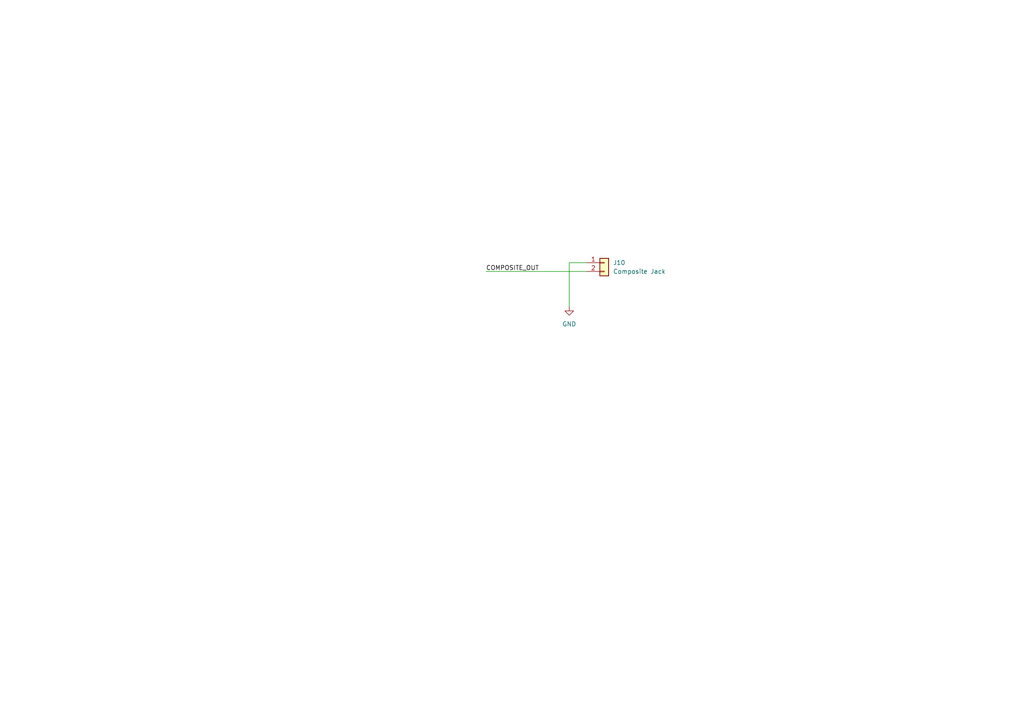
<source format=kicad_sch>
(kicad_sch (version 20250114) (generator "eeschema") (generator_version "9.0")
  (paper "A4")
  (lib_symbols
    (symbol "Connector_Generic:Conn_01x02" (pin_names (offset 1.016) (hide yes))
      (property "Reference" "J" (at 0 2.54 0))
      (property "Value" "Conn_01x02" (at 0 -5.08 0))
      (symbol "Conn_01x02_1_1"
        (rectangle (start -1.27 1.27) (end 1.27 -3.81) (stroke (width 0.254)) (fill (type background)))
        (rectangle (start -1.27 0.127) (end 0 -0.127) (stroke (width 0.1524)))
        (rectangle (start -1.27 -2.413) (end 0 -2.667) (stroke (width 0.1524)))
        (pin passive line (at -5.08 0 0) (length 3.81) (name "Pin_1") (number "1"))
        (pin passive line (at -5.08 -2.54 0) (length 3.81) (name "Pin_2") (number "2"))
      )
    )
    (symbol "power:GND" (power) (pin_numbers (hide yes)) (pin_names (offset 0) (hide yes))
      (property "Value" "GND" (at 0 -3.81 0))
      (symbol "GND_0_1"
        (polyline (pts (xy 0 0) (xy 0 -1.27) (xy 1.27 -1.27) (xy 0 -2.54) (xy -1.27 -1.27) (xy 0 -1.27)))
      )
      (symbol "GND_1_1"
        (pin power_in line (at 0 0 270) (length 0) (name "~") (number "1"))
      )
    )
  )
  (wire (pts (xy 140.97 78.74) (xy 170.18 78.74)))
  (wire (pts (xy 165.1 76.2) (xy 165.1 88.9)))
  (wire (pts (xy 165.1 76.2) (xy 170.18 76.2)))
  (label "COMPOSITE_OUT" (at 140.97 78.74 0))
  (symbol (lib_id "Connector_Generic:Conn_01x02") (at 175.26 76.2 0) (unit 1)
    (property "Reference" "J10" (at 177.8 76.1999 0) (effects (justify left)))
    (property "Value" "Composite Jack" (at 177.8 78.7399 0) (effects (justify left)))
    (property "Footprint" "Connector_PinHeader_2.54mm:PinHeader_1x02_P2.54mm_Horizontal" (effects (hide yes)))
    (property "Description" "Generic connector, single row, 01x02, script generated (kicad-library-utils/schlib/autogen/connector/)" (effects (hide yes)))
  )
  (symbol (lib_id "power:GND") (at 165.1 88.9 0) (unit 1)
    (property "Reference" "#PWR075" (effects (hide yes)))
    (property "Value" "GND" (at 165.1 93.98 0))
    (property "Description" "Power symbol creates a global label with name \"GND\" , ground" (effects (hide yes)))
  )
)
</source>
